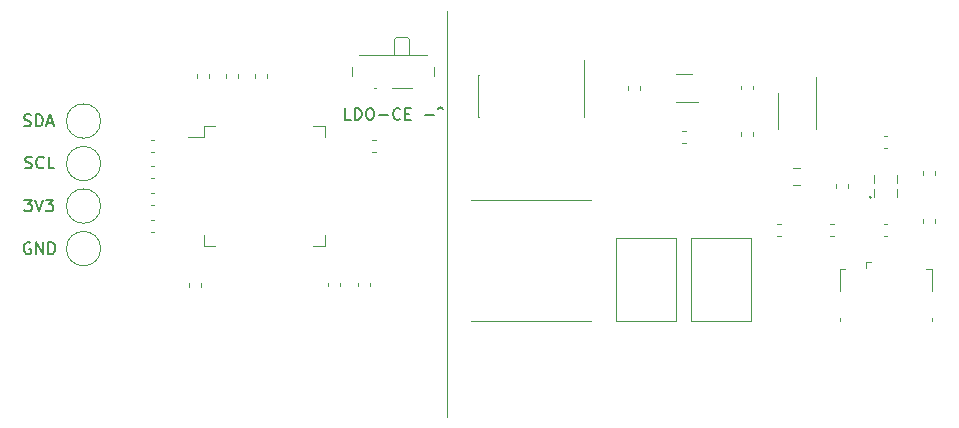
<source format=gbr>
G04 #@! TF.GenerationSoftware,KiCad,Pcbnew,(5.1.5)-3*
G04 #@! TF.CreationDate,2021-08-11T14:04:56+02:00*
G04 #@! TF.ProjectId,18650_UPS_PCB,31383635-305f-4555-9053-5f5043422e6b,rev?*
G04 #@! TF.SameCoordinates,Original*
G04 #@! TF.FileFunction,Legend,Top*
G04 #@! TF.FilePolarity,Positive*
%FSLAX46Y46*%
G04 Gerber Fmt 4.6, Leading zero omitted, Abs format (unit mm)*
G04 Created by KiCad (PCBNEW (5.1.5)-3) date 2021-08-11 14:04:56*
%MOMM*%
%LPD*%
G04 APERTURE LIST*
%ADD10C,0.120000*%
%ADD11C,0.150000*%
G04 APERTURE END LIST*
D10*
X162450000Y-70850000D02*
X162450000Y-105250000D01*
D11*
X127216785Y-90500000D02*
X127121547Y-90452380D01*
X126978690Y-90452380D01*
X126835833Y-90500000D01*
X126740595Y-90595238D01*
X126692976Y-90690476D01*
X126645357Y-90880952D01*
X126645357Y-91023809D01*
X126692976Y-91214285D01*
X126740595Y-91309523D01*
X126835833Y-91404761D01*
X126978690Y-91452380D01*
X127073928Y-91452380D01*
X127216785Y-91404761D01*
X127264404Y-91357142D01*
X127264404Y-91023809D01*
X127073928Y-91023809D01*
X127692976Y-91452380D02*
X127692976Y-90452380D01*
X128264404Y-91452380D01*
X128264404Y-90452380D01*
X128740595Y-91452380D02*
X128740595Y-90452380D01*
X128978690Y-90452380D01*
X129121547Y-90500000D01*
X129216785Y-90595238D01*
X129264404Y-90690476D01*
X129312023Y-90880952D01*
X129312023Y-91023809D01*
X129264404Y-91214285D01*
X129216785Y-91309523D01*
X129121547Y-91404761D01*
X128978690Y-91452380D01*
X128740595Y-91452380D01*
X126708452Y-86827380D02*
X127327500Y-86827380D01*
X126994166Y-87208333D01*
X127137023Y-87208333D01*
X127232261Y-87255952D01*
X127279880Y-87303571D01*
X127327500Y-87398809D01*
X127327500Y-87636904D01*
X127279880Y-87732142D01*
X127232261Y-87779761D01*
X127137023Y-87827380D01*
X126851309Y-87827380D01*
X126756071Y-87779761D01*
X126708452Y-87732142D01*
X127613214Y-86827380D02*
X127946547Y-87827380D01*
X128279880Y-86827380D01*
X128517976Y-86827380D02*
X129137023Y-86827380D01*
X128803690Y-87208333D01*
X128946547Y-87208333D01*
X129041785Y-87255952D01*
X129089404Y-87303571D01*
X129137023Y-87398809D01*
X129137023Y-87636904D01*
X129089404Y-87732142D01*
X129041785Y-87779761D01*
X128946547Y-87827380D01*
X128660833Y-87827380D01*
X128565595Y-87779761D01*
X128517976Y-87732142D01*
X126756071Y-84154761D02*
X126898928Y-84202380D01*
X127137023Y-84202380D01*
X127232261Y-84154761D01*
X127279880Y-84107142D01*
X127327500Y-84011904D01*
X127327500Y-83916666D01*
X127279880Y-83821428D01*
X127232261Y-83773809D01*
X127137023Y-83726190D01*
X126946547Y-83678571D01*
X126851309Y-83630952D01*
X126803690Y-83583333D01*
X126756071Y-83488095D01*
X126756071Y-83392857D01*
X126803690Y-83297619D01*
X126851309Y-83250000D01*
X126946547Y-83202380D01*
X127184642Y-83202380D01*
X127327500Y-83250000D01*
X128327500Y-84107142D02*
X128279880Y-84154761D01*
X128137023Y-84202380D01*
X128041785Y-84202380D01*
X127898928Y-84154761D01*
X127803690Y-84059523D01*
X127756071Y-83964285D01*
X127708452Y-83773809D01*
X127708452Y-83630952D01*
X127756071Y-83440476D01*
X127803690Y-83345238D01*
X127898928Y-83250000D01*
X128041785Y-83202380D01*
X128137023Y-83202380D01*
X128279880Y-83250000D01*
X128327500Y-83297619D01*
X129232261Y-84202380D02*
X128756071Y-84202380D01*
X128756071Y-83202380D01*
X126683452Y-80579761D02*
X126826309Y-80627380D01*
X127064404Y-80627380D01*
X127159642Y-80579761D01*
X127207261Y-80532142D01*
X127254880Y-80436904D01*
X127254880Y-80341666D01*
X127207261Y-80246428D01*
X127159642Y-80198809D01*
X127064404Y-80151190D01*
X126873928Y-80103571D01*
X126778690Y-80055952D01*
X126731071Y-80008333D01*
X126683452Y-79913095D01*
X126683452Y-79817857D01*
X126731071Y-79722619D01*
X126778690Y-79675000D01*
X126873928Y-79627380D01*
X127112023Y-79627380D01*
X127254880Y-79675000D01*
X127683452Y-80627380D02*
X127683452Y-79627380D01*
X127921547Y-79627380D01*
X128064404Y-79675000D01*
X128159642Y-79770238D01*
X128207261Y-79865476D01*
X128254880Y-80055952D01*
X128254880Y-80198809D01*
X128207261Y-80389285D01*
X128159642Y-80484523D01*
X128064404Y-80579761D01*
X127921547Y-80627380D01*
X127683452Y-80627380D01*
X128635833Y-80341666D02*
X129112023Y-80341666D01*
X128540595Y-80627380D02*
X128873928Y-79627380D01*
X129207261Y-80627380D01*
X154345357Y-80077380D02*
X153869166Y-80077380D01*
X153869166Y-79077380D01*
X154678690Y-80077380D02*
X154678690Y-79077380D01*
X154916785Y-79077380D01*
X155059642Y-79125000D01*
X155154880Y-79220238D01*
X155202500Y-79315476D01*
X155250119Y-79505952D01*
X155250119Y-79648809D01*
X155202500Y-79839285D01*
X155154880Y-79934523D01*
X155059642Y-80029761D01*
X154916785Y-80077380D01*
X154678690Y-80077380D01*
X155869166Y-79077380D02*
X156059642Y-79077380D01*
X156154880Y-79125000D01*
X156250119Y-79220238D01*
X156297738Y-79410714D01*
X156297738Y-79744047D01*
X156250119Y-79934523D01*
X156154880Y-80029761D01*
X156059642Y-80077380D01*
X155869166Y-80077380D01*
X155773928Y-80029761D01*
X155678690Y-79934523D01*
X155631071Y-79744047D01*
X155631071Y-79410714D01*
X155678690Y-79220238D01*
X155773928Y-79125000D01*
X155869166Y-79077380D01*
X156726309Y-79696428D02*
X157488214Y-79696428D01*
X158535833Y-79982142D02*
X158488214Y-80029761D01*
X158345357Y-80077380D01*
X158250119Y-80077380D01*
X158107261Y-80029761D01*
X158012023Y-79934523D01*
X157964404Y-79839285D01*
X157916785Y-79648809D01*
X157916785Y-79505952D01*
X157964404Y-79315476D01*
X158012023Y-79220238D01*
X158107261Y-79125000D01*
X158250119Y-79077380D01*
X158345357Y-79077380D01*
X158488214Y-79125000D01*
X158535833Y-79172619D01*
X158964404Y-79553571D02*
X159297738Y-79553571D01*
X159440595Y-80077380D02*
X158964404Y-80077380D01*
X158964404Y-79077380D01*
X159440595Y-79077380D01*
X160631071Y-79696428D02*
X161392976Y-79696428D01*
X161726309Y-79172619D02*
X161916785Y-79029761D01*
X162107261Y-79172619D01*
D10*
X203822500Y-88800279D02*
X203822500Y-88474721D01*
X202802500Y-88800279D02*
X202802500Y-88474721D01*
X174700000Y-86900000D02*
X164500000Y-86900000D01*
X164500000Y-97100000D02*
X174700000Y-97100000D01*
X182712779Y-81040000D02*
X182387221Y-81040000D01*
X182712779Y-82060000D02*
X182387221Y-82060000D01*
X178810000Y-77562779D02*
X178810000Y-77237221D01*
X177790000Y-77562779D02*
X177790000Y-77237221D01*
X151170000Y-90795000D02*
X152120000Y-90795000D01*
X152120000Y-90795000D02*
X152120000Y-89845000D01*
X142850000Y-90795000D02*
X141900000Y-90795000D01*
X141900000Y-90795000D02*
X141900000Y-89845000D01*
X151170000Y-80575000D02*
X152120000Y-80575000D01*
X152120000Y-80575000D02*
X152120000Y-81525000D01*
X142850000Y-80575000D02*
X141900000Y-80575000D01*
X141900000Y-80575000D02*
X141900000Y-81525000D01*
X141900000Y-81525000D02*
X140560000Y-81525000D01*
X193720000Y-79350000D02*
X193720000Y-76425000D01*
X193720000Y-79350000D02*
X193720000Y-80850000D01*
X190500000Y-79350000D02*
X190500000Y-77850000D01*
X190500000Y-79350000D02*
X190500000Y-80850000D01*
X143740000Y-76174721D02*
X143740000Y-76500279D01*
X144760000Y-76174721D02*
X144760000Y-76500279D01*
X147210000Y-76187221D02*
X147210000Y-76512779D01*
X146190000Y-76187221D02*
X146190000Y-76512779D01*
X188230000Y-97110000D02*
X183150000Y-97110000D01*
X188230000Y-90110000D02*
X188230000Y-97110000D01*
X183150000Y-90110000D02*
X183150000Y-97110000D01*
X183150000Y-90110000D02*
X188230000Y-90110000D01*
X181880000Y-97110000D02*
X176800000Y-97110000D01*
X181880000Y-90110000D02*
X181880000Y-97110000D01*
X176800000Y-90110000D02*
X176800000Y-97110000D01*
X176800000Y-90110000D02*
X181880000Y-90110000D01*
X133160000Y-90985000D02*
G75*
G03X133160000Y-90985000I-1450000J0D01*
G01*
X133160000Y-87385000D02*
G75*
G03X133160000Y-87385000I-1450000J0D01*
G01*
X133160000Y-83785000D02*
G75*
G03X133160000Y-83785000I-1450000J0D01*
G01*
X133160000Y-80185000D02*
G75*
G03X133160000Y-80185000I-1450000J0D01*
G01*
X154450000Y-75580000D02*
X154450000Y-76370000D01*
X161350000Y-76370000D02*
X161350000Y-75580000D01*
X159500000Y-77420000D02*
X157800000Y-77420000D01*
X160750000Y-74570000D02*
X155050000Y-74570000D01*
X158000000Y-73280000D02*
X158000000Y-74570000D01*
X159100000Y-73070000D02*
X158200000Y-73070000D01*
X159300000Y-74570000D02*
X159300000Y-73280000D01*
X158000000Y-73280000D02*
X158200000Y-73070000D01*
X159300000Y-73280000D02*
X159100000Y-73070000D01*
X156500000Y-77420000D02*
X156300000Y-77420000D01*
X188360000Y-77512779D02*
X188360000Y-77187221D01*
X187340000Y-77512779D02*
X187340000Y-77187221D01*
X192331078Y-84140000D02*
X191813922Y-84140000D01*
X192331078Y-85560000D02*
X191813922Y-85560000D01*
X187340000Y-81137221D02*
X187340000Y-81462779D01*
X188360000Y-81137221D02*
X188360000Y-81462779D01*
X137387221Y-81790000D02*
X137712779Y-81790000D01*
X137387221Y-82810000D02*
X137712779Y-82810000D01*
X137712779Y-87260000D02*
X137387221Y-87260000D01*
X137712779Y-86240000D02*
X137387221Y-86240000D01*
X137712779Y-89560000D02*
X137387221Y-89560000D01*
X137712779Y-88540000D02*
X137387221Y-88540000D01*
X142310000Y-76174721D02*
X142310000Y-76500279D01*
X141290000Y-76174721D02*
X141290000Y-76500279D01*
X156137221Y-81790000D02*
X156462779Y-81790000D01*
X156137221Y-82810000D02*
X156462779Y-82810000D01*
X155935000Y-93862221D02*
X155935000Y-94187779D01*
X154915000Y-93862221D02*
X154915000Y-94187779D01*
X140615000Y-94212779D02*
X140615000Y-93887221D01*
X141635000Y-94212779D02*
X141635000Y-93887221D01*
X152415000Y-93862221D02*
X152415000Y-94187779D01*
X153435000Y-93862221D02*
X153435000Y-94187779D01*
X137712779Y-85010000D02*
X137387221Y-85010000D01*
X137712779Y-83990000D02*
X137387221Y-83990000D01*
X198620000Y-86635000D02*
X198620000Y-85935000D01*
X198620000Y-84735000D02*
X198620000Y-85435000D01*
X200620000Y-84735000D02*
X200620000Y-85435000D01*
X200620000Y-86635000D02*
X200620000Y-85935000D01*
X198431803Y-86635000D02*
G75*
G03X198431803Y-86635000I-111803J0D01*
G01*
X190785279Y-88875000D02*
X190459721Y-88875000D01*
X190785279Y-89895000D02*
X190459721Y-89895000D01*
X195272779Y-88875000D02*
X194947221Y-88875000D01*
X195272779Y-89895000D02*
X194947221Y-89895000D01*
X195400000Y-85487221D02*
X195400000Y-85812779D01*
X196420000Y-85487221D02*
X196420000Y-85812779D01*
X199447221Y-82495000D02*
X199772779Y-82495000D01*
X199447221Y-81475000D02*
X199772779Y-81475000D01*
X203810000Y-84775279D02*
X203810000Y-84449721D01*
X202790000Y-84775279D02*
X202790000Y-84449721D01*
X199447221Y-89935000D02*
X199772779Y-89935000D01*
X199447221Y-88915000D02*
X199772779Y-88915000D01*
X183250000Y-76240000D02*
X181850000Y-76240000D01*
X181850000Y-78560000D02*
X183750000Y-78560000D01*
X197920000Y-92137500D02*
X197920000Y-92587500D01*
X197920000Y-92137500D02*
X198370000Y-92137500D01*
X203520000Y-92687500D02*
X203070000Y-92687500D01*
X203520000Y-94537500D02*
X203520000Y-92687500D01*
X195720000Y-97087500D02*
X195720000Y-96837500D01*
X203520000Y-97087500D02*
X203520000Y-96837500D01*
X195720000Y-94537500D02*
X195720000Y-92687500D01*
X195720000Y-92687500D02*
X196170000Y-92687500D01*
X165170000Y-79850000D02*
X165105000Y-79850000D01*
X165170000Y-76320000D02*
X165105000Y-76320000D01*
X174115000Y-79850000D02*
X174050000Y-79850000D01*
X174115000Y-76320000D02*
X174050000Y-76320000D01*
X174050000Y-74995000D02*
X174050000Y-76320000D01*
X165105000Y-76320000D02*
X165105000Y-79850000D01*
X174115000Y-76320000D02*
X174115000Y-79850000D01*
M02*

</source>
